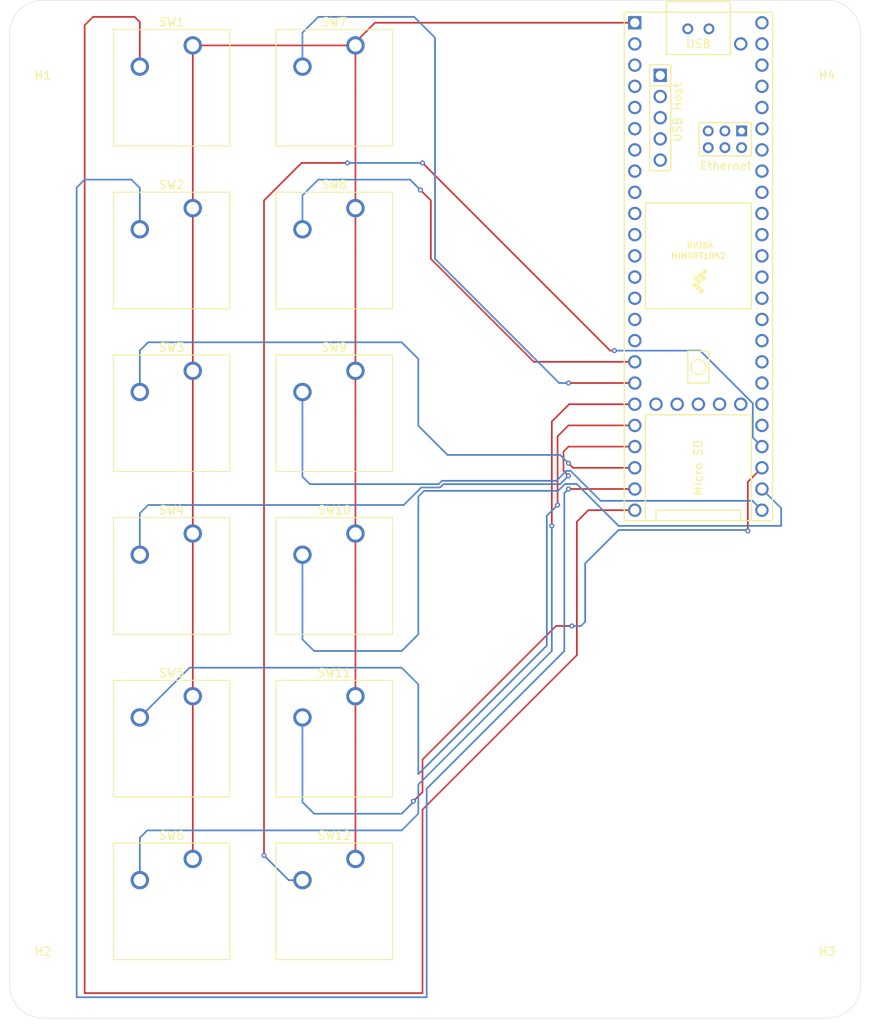
<source format=kicad_pcb>
(kicad_pcb (version 20240108) (generator "pcbnew") (generator_version "8.0")
  (layers (0 "F.Cu" signal) (31 "B.Cu" signal) (34 "B.Paste" user) (35 "F.Paste" user) (36 "B.SilkS" user "B.Silkscreen") (37 "F.SilkS" user "F.Silkscreen") (38 "B.Mask" user) (39 "F.Mask" user) (44 "Edge.Cuts" user))
  (net 0 "")
  (net 1 "MCLK")
  (net 2 "MEMCS")
  (net 3 "VOL_A1")
  (net 4 "SDCS")
  (net 5 "LRCLK")
  (net 6 "MOSI")
  (net 7 "DOUT")
  (net 8 "DIN")
  (net 9 "MISO")
  (net 10 "SCL")
  (net 11 "SCK")
  (net 12 "SDA")
  (net 13 "BCLK")
  (net 14 "GND")
  (net 15 "BUTTON_1")
  (net 16 "BUTTON_2")
  (net 17 "BUTTON_3")
  (net 18 "BUTTON_4")
  (net 19 "BUTTON_5")
  (net 20 "BUTTON_6")
  (net 21 "BUTTON_7")
  (net 22 "BUTTON_8")
  (net 23 "BUTTON_UP")
  (net 24 "BUTTON_DOWN")
  (net 25 "BUTTON_LEFT")
  (net 26 "BUTTON_RIGHT")
  (net 30 "+3.3V")
  (footprint "Button_Switch_Keyboard:SW_Cherry_MX_1.00u_PCB" (layer "F.Cu") (at 129.46 116.92)
    (property "Reference" "SW12" (at -2.54 -2.794 0) (layer "F.SilkS"))
    (property "Value" "SW_Push")
    (fp_line (start -9.525 -1.905) (end 4.445 -1.905) (stroke (width 0.12)) (layer "F.SilkS"))
    (fp_line (start -9.525 12.065) (end -9.525 -1.905) (stroke (width 0.12)) (layer "F.SilkS"))
    (fp_line (start 4.445 -1.905) (end 4.445 12.065) (stroke (width 0.12)) (layer "F.SilkS"))
    (fp_line (start 4.445 12.065) (end -9.525 12.065) (stroke (width 0.12)) (layer "F.SilkS"))
    (pad "" np_thru_hole circle (at -7.62 5.08) (size 1.7 1.7) (drill 1.7) (layers "*.Cu" "*.Mask"))
    (pad "" np_thru_hole circle (at -2.54 5.08) (size 4 4) (drill 4) (layers "*.Cu" "*.Mask"))
    (pad "" np_thru_hole circle (at 2.54 5.08) (size 1.7 1.7) (drill 1.7) (layers "*.Cu" "*.Mask"))
    (pad "1" thru_hole circle (at 0 0) (size 2.2 2.2) (drill 1.5) (layers "*.Cu" "*.Mask") (net 14 "GND"))
    (pad "2" thru_hole circle (at -6.35 2.54) (size 2.2 2.2) (drill 1.5) (layers "*.Cu" "*.Mask") (net 26 "BUTTON_RIGHT"))
  )
  (footprint "Button_Switch_Keyboard:SW_Cherry_MX_1.00u_PCB" (layer "F.Cu") (at 129.46 77.92)
    (property "Reference" "SW10" (at -2.54 -2.794 0) (layer "F.SilkS"))
    (property "Value" "SW_Push")
    (fp_line (start -9.525 -1.905) (end 4.445 -1.905) (stroke (width 0.12)) (layer "F.SilkS"))
    (fp_line (start -9.525 12.065) (end -9.525 -1.905) (stroke (width 0.12)) (layer "F.SilkS"))
    (fp_line (start 4.445 -1.905) (end 4.445 12.065) (stroke (width 0.12)) (layer "F.SilkS"))
    (fp_line (start 4.445 12.065) (end -9.525 12.065) (stroke (width 0.12)) (layer "F.SilkS"))
    (pad "" np_thru_hole circle (at -7.62 5.08) (size 1.7 1.7) (drill 1.7) (layers "*.Cu" "*.Mask"))
    (pad "" np_thru_hole circle (at -2.54 5.08) (size 4 4) (drill 4) (layers "*.Cu" "*.Mask"))
    (pad "" np_thru_hole circle (at 2.54 5.08) (size 1.7 1.7) (drill 1.7) (layers "*.Cu" "*.Mask"))
    (pad "1" thru_hole circle (at 0 0) (size 2.2 2.2) (drill 1.5) (layers "*.Cu" "*.Mask") (net 14 "GND"))
    (pad "2" thru_hole circle (at -6.35 2.54) (size 2.2 2.2) (drill 1.5) (layers "*.Cu" "*.Mask") (net 24 "BUTTON_DOWN"))
  )
  (footprint "Button_Switch_Keyboard:SW_Cherry_MX_1.00u_PCB" (layer "F.Cu") (at 129.46 58.42)
    (property "Reference" "SW9" (at -2.54 -2.794 0) (layer "F.SilkS"))
    (property "Value" "SW_Push")
    (fp_line (start -9.525 -1.905) (end 4.445 -1.905) (stroke (width 0.12)) (layer "F.SilkS"))
    (fp_line (start -9.525 12.065) (end -9.525 -1.905) (stroke (width 0.12)) (layer "F.SilkS"))
    (fp_line (start 4.445 -1.905) (end 4.445 12.065) (stroke (width 0.12)) (layer "F.SilkS"))
    (fp_line (start 4.445 12.065) (end -9.525 12.065) (stroke (width 0.12)) (layer "F.SilkS"))
    (pad "" np_thru_hole circle (at -7.62 5.08) (size 1.7 1.7) (drill 1.7) (layers "*.Cu" "*.Mask"))
    (pad "" np_thru_hole circle (at -2.54 5.08) (size 4 4) (drill 4) (layers "*.Cu" "*.Mask"))
    (pad "" np_thru_hole circle (at 2.54 5.08) (size 1.7 1.7) (drill 1.7) (layers "*.Cu" "*.Mask"))
    (pad "1" thru_hole circle (at 0 0) (size 2.2 2.2) (drill 1.5) (layers "*.Cu" "*.Mask") (net 14 "GND"))
    (pad "2" thru_hole circle (at -6.35 2.54) (size 2.2 2.2) (drill 1.5) (layers "*.Cu" "*.Mask") (net 23 "BUTTON_UP"))
  )
  (footprint "Button_Switch_Keyboard:SW_Cherry_MX_1.00u_PCB" (layer "F.Cu") (at 109.96 38.92)
    (property "Reference" "SW2" (at -2.54 -2.794 0) (layer "F.SilkS"))
    (property "Value" "SW_Push")
    (fp_line (start -9.525 -1.905) (end 4.445 -1.905) (stroke (width 0.12)) (layer "F.SilkS"))
    (fp_line (start -9.525 12.065) (end -9.525 -1.905) (stroke (width 0.12)) (layer "F.SilkS"))
    (fp_line (start 4.445 -1.905) (end 4.445 12.065) (stroke (width 0.12)) (layer "F.SilkS"))
    (fp_line (start 4.445 12.065) (end -9.525 12.065) (stroke (width 0.12)) (layer "F.SilkS"))
    (pad "" np_thru_hole circle (at -7.62 5.08) (size 1.7 1.7) (drill 1.7) (layers "*.Cu" "*.Mask"))
    (pad "" np_thru_hole circle (at -2.54 5.08) (size 4 4) (drill 4) (layers "*.Cu" "*.Mask"))
    (pad "" np_thru_hole circle (at 2.54 5.08) (size 1.7 1.7) (drill 1.7) (layers "*.Cu" "*.Mask"))
    (pad "1" thru_hole circle (at 0 0) (size 2.2 2.2) (drill 1.5) (layers "*.Cu" "*.Mask") (net 14 "GND"))
    (pad "2" thru_hole circle (at -6.35 2.54) (size 2.2 2.2) (drill 1.5) (layers "*.Cu" "*.Mask") (net 16 "BUTTON_2"))
  )
  (footprint "MountingHole:MountingHole_2.7mm" (layer "F.Cu") (at 92 18)
    (property "Reference" "H1" (at 0 5 0) (layer "F.SilkS"))
    (property "Value" "MountingHole")
    (pad "" np_thru_hole circle (at 0 0) (size 2.7 2.7) (drill 2.7) (layers "*.Cu" "*.Mask"))
  )
  (footprint "MountingHole:MountingHole_2.7mm" (layer "F.Cu") (at 186 18)
    (property "Reference" "H4" (at 0 5 0) (layer "F.SilkS"))
    (property "Value" "MountingHole")
    (pad "" np_thru_hole circle (at 0 0) (size 2.7 2.7) (drill 2.7) (layers "*.Cu" "*.Mask"))
  )
  (footprint "Button_Switch_Keyboard:SW_Cherry_MX_1.00u_PCB" (layer "F.Cu") (at 109.96 116.92)
    (property "Reference" "SW6" (at -2.54 -2.794 0) (layer "F.SilkS"))
    (property "Value" "SW_Push")
    (fp_line (start -9.525 -1.905) (end 4.445 -1.905) (stroke (width 0.12)) (layer "F.SilkS"))
    (fp_line (start -9.525 12.065) (end -9.525 -1.905) (stroke (width 0.12)) (layer "F.SilkS"))
    (fp_line (start 4.445 -1.905) (end 4.445 12.065) (stroke (width 0.12)) (layer "F.SilkS"))
    (fp_line (start 4.445 12.065) (end -9.525 12.065) (stroke (width 0.12)) (layer "F.SilkS"))
    (pad "" np_thru_hole circle (at -7.62 5.08) (size 1.7 1.7) (drill 1.7) (layers "*.Cu" "*.Mask"))
    (pad "" np_thru_hole circle (at -2.54 5.08) (size 4 4) (drill 4) (layers "*.Cu" "*.Mask"))
    (pad "" np_thru_hole circle (at 2.54 5.08) (size 1.7 1.7) (drill 1.7) (layers "*.Cu" "*.Mask"))
    (pad "1" thru_hole circle (at 0 0) (size 2.2 2.2) (drill 1.5) (layers "*.Cu" "*.Mask") (net 14 "GND"))
    (pad "2" thru_hole circle (at -6.35 2.54) (size 2.2 2.2) (drill 1.5) (layers "*.Cu" "*.Mask") (net 20 "BUTTON_6"))
  )
  (footprint "MountingHole:MountingHole_2.7mm" (layer "F.Cu") (at 186 132.171573)
    (property "Reference" "H3" (at 0 -4.171573 0) (layer "F.SilkS"))
    (property "Value" "MountingHole")
    (pad "" np_thru_hole circle (at 0 0) (size 2.7 2.7) (drill 2.7) (layers "*.Cu" "*.Mask"))
  )
  (footprint "teensy.pretty-master:Teensy41" (layer "F.Cu") (at 170.5692 45.9108 -90)
    (property "Reference" "U1" (hide yes))
    (property "Value" "Teensy4.1")
    (fp_line (start -30.48 8.89) (end -30.48 -8.89) (stroke (width 0.15)) (layer "F.SilkS"))
    (fp_line (start 30.48 8.89) (end -30.48 8.89) (stroke (width 0.15)) (layer "F.SilkS"))
    (fp_line (start -7.62 6.35) (end 5.08 6.35) (stroke (width 0.15)) (layer "F.SilkS"))
    (fp_line (start 5.08 6.35) (end 5.08 -6.35) (stroke (width 0.15)) (layer "F.SilkS"))
    (fp_line (start 17.78 6.35) (end 30.48 6.35) (stroke (width 0.15)) (layer "F.SilkS"))
    (fp_line (start -24.1808 5.8392) (end -24.1808 3.2992) (stroke (width 0.15)) (layer "F.SilkS"))
    (fp_line (start -11.4808 5.8392) (end -24.1808 5.8392) (stroke (width 0.15)) (layer "F.SilkS"))
    (fp_line (start 29.21 5.08) (end 30.48 5.08) (stroke (width 0.15)) (layer "F.SilkS"))
    (fp_line (start -31.75 3.81) (end -31.75 -3.81) (stroke (width 0.15)) (layer "F.SilkS"))
    (fp_line (start -30.48 3.81) (end -31.75 3.81) (stroke (width 0.15)) (layer "F.SilkS"))
    (fp_line (start -25.4 3.81) (end -30.48 3.81) (stroke (width 0.15)) (layer "F.SilkS"))
    (fp_line (start -25.4 3.81) (end -25.4 -3.81) (stroke (width 0.15)) (layer "F.SilkS"))
    (fp_line (start -24.1808 3.2992) (end -21.6408 3.2992) (stroke (width 0.15)) (layer "F.SilkS"))
    (fp_line (start -24.1808 3.2992) (end -11.4808 3.2992) (stroke (width 0.15)) (layer "F.SilkS"))
    (fp_line (start -21.6408 3.2992) (end -21.6408 5.8392) (stroke (width 0.15)) (layer "F.SilkS"))
    (fp_line (start -11.4808 3.2992) (end -11.4808 5.8392) (stroke (width 0.15)) (layer "F.SilkS"))
    (fp_line (start 10.16 1.27) (end 10.16 -1.27) (stroke (width 0.15)) (layer "F.SilkS"))
    (fp_line (start 13.97 1.27) (end 10.16 1.27) (stroke (width 0.15)) (layer "F.SilkS"))
    (fp_line (start -17.25 -0.1016) (end -13.25 -0.1016) (stroke (width 0.15)) (layer "F.SilkS"))
    (fp_line (start -13.25 -0.1016) (end -13.25 -6.3516) (stroke (width 0.15)) (layer "F.SilkS"))
    (fp_line (start 10.16 -1.27) (end 13.97 -1.27) (stroke (width 0.15)) (layer "F.SilkS"))
    (fp_line (start 13.97 -1.27) (end 13.97 1.27) (stroke (width 0.15)) (layer "F.SilkS"))
    (fp_line (start -31.75 -3.81) (end -30.48 -3.81) (stroke (width 0.15)) (layer "F.SilkS"))
    (fp_line (start -25.4 -3.81) (end -30.48 -3.81) (stroke (width 0.15)) (layer "F.SilkS"))
    (fp_line (start 29.21 -5.08) (end 29.21 5.08) (stroke (width 0.15)) (layer "F.SilkS"))
    (fp_line (start 30.48 -5.08) (end 29.21 -5.08) (stroke (width 0.15)) (layer "F.SilkS"))
    (fp_line (start -17.25 -6.1016) (end -17.25 -0.1016) (stroke (width 0.15)) (layer "F.SilkS"))
    (fp_line (start -7.62 -6.35) (end -7.62 6.35) (stroke (width 0.15)) (layer "F.SilkS"))
    (fp_line (start 5.08 -6.35) (end -7.62 -6.35) (stroke (width 0.15)) (layer "F.SilkS"))
    (fp_line (start 17.78 -6.35) (end 17.78 6.35) (stroke (width 0.15)) (layer "F.SilkS"))
    (fp_line (start 30.48 -6.35) (end 17.78 -6.35) (stroke (width 0.15)) (layer "F.SilkS"))
    (fp_line (start -17.25 -6.3516) (end -17.25 -6.1016) (stroke (width 0.15)) (layer "F.SilkS"))
    (fp_line (start -13.25 -6.3516) (end -17.25 -6.3516) (stroke (width 0.15)) (layer "F.SilkS"))
    (fp_line (start -30.48 -8.89) (end 30.48 -8.89) (stroke (width 0.15)) (layer "F.SilkS"))
    (fp_line (start 30.48 -8.89) (end 30.48 8.89) (stroke (width 0.15)) (layer "F.SilkS"))
    (fp_circle (center 12.065 0) (end 12.7 -0.635) (stroke (width 0.15)) (fill none) (layer "F.SilkS"))
    (fp_poly (pts (xy 2.435 0.455) (xy 2.181 0.709) (xy 1.927 0.328) (xy 2.181 0.074)) (stroke (width 0.1)) (fill solid) (layer "F.SilkS"))
    (fp_poly (pts (xy 1.673 0.328) (xy 1.419 0.582) (xy 1.165 0.201) (xy 1.419 -0.053)) (stroke (width 0.1)) (fill solid) (layer "F.SilkS"))
    (fp_poly (pts (xy 2.816 0.074) (xy 2.562 0.328) (xy 2.308 -0.053) (xy 2.562 -0.307)) (stroke (width 0.1)) (fill solid) (layer "F.SilkS"))
    (fp_poly (pts (xy 2.054 -0.053) (xy 1.8 0.201) (xy 1.546 -0.18) (xy 1.8 -0.434)) (stroke (width 0.1)) (fill solid) (layer "F.SilkS"))
    (fp_poly (pts (xy 1.292 -0.18) (xy 1.038 0.074) (xy 0.784 -0.307) (xy 1.038 -0.561)) (stroke (width 0.1)) (fill solid) (layer "F.SilkS"))
    (fp_poly (pts (xy 3.197 -0.307) (xy 2.943 -0.053) (xy 2.689 -0.434) (xy 2.943 -0.688)) (stroke (width 0.1)) (fill solid) (layer "F.SilkS"))
    (fp_poly (pts (xy 1.673 -0.561) (xy 1.419 -0.307) (xy 1.165 -0.688) (xy 1.419 -0.942)) (stroke (width 0.1)) (fill solid) (layer "F.SilkS"))
    (fp_poly (pts (xy 0.911 -0.688) (xy 0.657 -0.434) (xy 0.403 -0.815) (xy 0.657 -1.069)) (stroke (width 0.1)) (fill solid) (layer "F.SilkS"))
    (fp_text user "USB Host" (at -18.4658 2.4892 90) (layer "F.SilkS"))
    (fp_text user "Ethernet" (at -12.065 -3.2766 0) (layer "F.SilkS"))
    (fp_text user "DVJ6A" (at -2.54 -0.18 0) (layer "F.SilkS") (effects (font (size 0.7 0.7))))
    (fp_text user "Micro SD" (at 24.13 0 90) (layer "F.SilkS"))
    (fp_text user "MIMXRT1062" (at -1.27 0 0) (layer "F.SilkS") (effects (font (size 0.7 0.7))))
    (fp_text user "USB" (at -26.67 0 0) (layer "F.SilkS"))
    (pad "1" thru_hole rect (at -29.21 7.62 270) (size 1.6 1.6) (drill 1.1) (layers "*.Cu" "*.Mask") (net 14 "GND"))
    (pad "2" thru_hole circle (at -26.67 7.62 270) (size 1.6 1.6) (drill 1.1) (layers "*.Cu" "*.Mask"))
    (pad "3" thru_hole circle (at -24.13 7.62 270) (size 1.6 1.6) (drill 1.1) (layers "*.Cu" "*.Mask"))
    (pad "4" thru_hole circle (at -21.59 7.62 270) (size 1.6 1.6) (drill 1.1) (layers "*.Cu" "*.Mask"))
    (pad "5" thru_hole circle (at -19.05 7.62 270) (size 1.6 1.6) (drill 1.1) (layers "*.Cu" "*.Mask"))
    (pad "6" thru_hole circle (at -16.51 7.62 270) (size 1.6 1.6) (drill 1.1) (layers "*.Cu" "*.Mask"))
    (pad "7" thru_hole circle (at -13.97 7.62 270) (size 1.6 1.6) (drill 1.1) (layers "*.Cu" "*.Mask"))
    (pad "8" thru_hole circle (at -11.43 7.62 270) (size 1.6 1.6) (drill 1.1) (layers "*.Cu" "*.Mask") (net 2 "MEMCS"))
    (pad "9" thru_hole circle (at -8.89 7.62 270) (size 1.6 1.6) (drill 1.1) (layers "*.Cu" "*.Mask") (net 8 "DIN"))
    (pad "10" thru_hole circle (at -6.35 7.62 270) (size 1.6 1.6) (drill 1.1) (layers "*.Cu" "*.Mask") (net 7 "DOUT"))
    (pad "11" thru_hole circle (at -3.81 7.62 270) (size 1.6 1.6) (drill 1.1) (layers "*.Cu" "*.Mask"))
    (pad "12" thru_hole circle (at -1.27 7.62 270) (size 1.6 1.6) (drill 1.1) (layers "*.Cu" "*.Mask") (net 4 "SDCS"))
    (pad "13" thru_hole circle (at 1.27 7.62 270) (size 1.6 1.6) (drill 1.1) (layers "*.Cu" "*.Mask") (net 6 "MOSI"))
    (pad "14" thru_hole circle (at 3.81 7.62 270) (size 1.6 1.6) (drill 1.1) (layers "*.Cu" "*.Mask") (net 9 "MISO"))
    (pad "15" thru_hole circle (at 6.35 7.62 270) (size 1.6 1.6) (drill 1.1) (layers "*.Cu" "*.Mask"))
    (pad "16" thru_hole circle (at 8.89 7.62 270) (size 1.6 1.6) (drill 1.1) (layers "*.Cu" "*.Mask"))
    (pad "17" thru_hole circle (at 11.43 7.62 270) (size 1.6 1.6) (drill 1.1) (layers "*.Cu" "*.Mask") (net 22 "BUTTON_8"))
    (pad "18" thru_hole circle (at 13.97 7.62 270) (size 1.6 1.6) (drill 1.1) (layers "*.Cu" "*.Mask") (net 21 "BUTTON_7"))
    (pad "19" thru_hole circle (at 16.51 7.62 270) (size 1.6 1.6) (drill 1.1) (layers "*.Cu" "*.Mask") (net 20 "BUTTON_6"))
    (pad "20" thru_hole circle (at 19.05 7.62 270) (size 1.6 1.6) (drill 1.1) (layers "*.Cu" "*.Mask") (net 19 "BUTTON_5"))
    (pad "21" thru_hole circle (at 21.59 7.62 270) (size 1.6 1.6) (drill 1.1) (layers "*.Cu" "*.Mask") (net 18 "BUTTON_4"))
    (pad "22" thru_hole circle (at 24.13 7.62 270) (size 1.6 1.6) (drill 1.1) (layers "*.Cu" "*.Mask") (net 17 "BUTTON_3"))
    (pad "23" thru_hole circle (at 26.67 7.62 270) (size 1.6 1.6) (drill 1.1) (layers "*.Cu" "*.Mask") (net 16 "BUTTON_2"))
    (pad "24" thru_hole circle (at 29.21 7.62 270) (size 1.6 1.6) (drill 1.1) (layers "*.Cu" "*.Mask") (net 15 "BUTTON_1"))
    (pad "25" thru_hole circle (at 29.21 -7.62 270) (size 1.6 1.6) (drill 1.1) (layers "*.Cu" "*.Mask") (net 23 "BUTTON_UP"))
    (pad "26" thru_hole circle (at 26.67 -7.62 270) (size 1.6 1.6) (drill 1.1) (layers "*.Cu" "*.Mask") (net 24 "BUTTON_DOWN"))
    (pad "27" thru_hole circle (at 24.13 -7.62 270) (size 1.6 1.6) (drill 1.1) (layers "*.Cu" "*.Mask") (net 25 "BUTTON_LEFT"))
    (pad "28" thru_hole circle (at 21.59 -7.62 270) (size 1.6 1.6) (drill 1.1) (layers "*.Cu" "*.Mask") (net 26 "BUTTON_RIGHT"))
    (pad "29" thru_hole circle (at 19.05 -7.62 270) (size 1.6 1.6) (drill 1.1) (layers "*.Cu" "*.Mask"))
    (pad "30" thru_hole circle (at 16.51 -7.62 270) (size 1.6 1.6) (drill 1.1) (layers "*.Cu" "*.Mask"))
    (pad "31" thru_hole circle (at 13.97 -7.62 270) (size 1.6 1.6) (drill 1.1) (layers "*.Cu" "*.Mask"))
    (pad "32" thru_hole circle (at 11.43 -7.62 270) (size 1.6 1.6) (drill 1.1) (layers "*.Cu" "*.Mask"))
    (pad "33" thru_hole circle (at 8.89 -7.62 270) (size 1.6 1.6) (drill 1.1) (layers "*.Cu" "*.Mask"))
    (pad "34" thru_hole circle (at 6.35 -7.62 270) (size 1.6 1.6) (drill 1.1) (layers "*.Cu" "*.Mask"))
    (pad "35" thru_hole circle (at 3.81 -7.62 270) (size 1.6 1.6) (drill 1.1) (layers "*.Cu" "*.Mask") (net 11 "SCK"))
    (pad "36" thru_hole circle (at 1.27 -7.62 270) (size 1.6 1.6) (drill 1.1) (layers "*.Cu" "*.Mask"))
    (pad "37" thru_hole circle (at -1.27 -7.62 270) (size 1.6 1.6) (drill 1.1) (layers "*.Cu" "*.Mask") (net 3 "VOL_A1"))
    (pad "38" thru_hole circle (at -3.81 -7.62 270) (size 1.6 1.6) (drill 1.1) (layers "*.Cu" "*.Mask"))
    (pad "39" thru_hole circle (at -6.35 -7.62 270) (size 1.6 1.6) (drill 1.1) (layers "*.Cu" "*.Mask"))
    (pad "40" thru_hole circle (at -8.89 -7.62 270) (size 1.6 1.6) (drill 1.1) (layers "*.Cu" "*.Mask") (net 12 "SDA"))
    (pad "41" thru_hole circle (at -11.43 -7.62 270) (size 1.6 1.6) (drill 1.1) (layers "*.Cu" "*.Mask") (net 10 "SCL"))
    (pad "42" thru_hole circle (at -13.97 -7.62 270) (size 1.6 1.6) (drill 1.1) (layers "*.Cu" "*.Mask") (net 5 "LRCLK"))
    (pad "43" thru_hole circle (at -16.51 -7.62 270) (size 1.6 1.6) (drill 1.1) (layers "*.Cu" "*.Mask") (net 13 "BCLK"))
    (pad "44" thru_hole circle (at -19.05 -7.62 270) (size 1.6 1.6) (drill 1.1) (layers "*.Cu" "*.Mask"))
    (pad "45" thru_hole circle (at -21.59 -7.62 270) (size 1.6 1.6) (drill 1.1) (layers "*.Cu" "*.Mask") (net 1 "MCLK"))
    (pad "46" thru_hole circle (at -24.13 -7.62 270) (size 1.6 1.6) (drill 1.1) (layers "*.Cu" "*.Mask") (net 30 "+3.3V"))
    (pad "47" thru_hole circle (at -26.67 -7.62 270) (size 1.6 1.6) (drill 1.1) (layers "*.Cu" "*.Mask") (net 14 "GND"))
    (pad "48" thru_hole circle (at -29.21 -7.62 270) (size 1.6 1.6) (drill 1.1) (layers "*.Cu" "*.Mask"))
    (pad "49" thru_hole circle (at -26.67 -5.08 270) (size 1.6 1.6) (drill 1.1) (layers "*.Cu" "*.Mask"))
    (pad "50" thru_hole circle (at 16.51 5.08 270) (size 1.6 1.6) (drill 1.1) (layers "*.Cu" "*.Mask"))
    (pad "51" thru_hole circle (at 16.51 2.54 270) (size 1.6 1.6) (drill 1.1) (layers "*.Cu" "*.Mask"))
    (pad "52" thru_hole circle (at 16.51 0 270) (size 1.6 1.6) (drill 1.1) (layers "*.Cu" "*.Mask"))
    (pad "53" thru_hole circle (at 16.51 -2.54 270) (size 1.6 1.6) (drill 1.1) (layers "*.Cu" "*.Mask"))
    (pad "54" thru_hole circle (at 16.51 -5.08 270) (size 1.6 1.6) (drill 1.1) (layers "*.Cu" "*.Mask"))
    (pad "55" thru_hole rect (at -22.9108 4.5692 270) (size 1.6 1.6) (drill 1.1) (layers "*.Cu" "*.Mask"))
    (pad "56" thru_hole circle (at -20.3708 4.5692 270) (size 1.6 1.6) (drill 1.1) (layers "*.Cu" "*.Mask"))
    (pad "57" thru_hole circle (at -17.8308 4.5692 270) (size 1.6 1.6) (drill 1.1) (layers "*.Cu" "*.Mask"))
    (pad "58" thru_hole circle (at -15.2908 4.5692 270) (size 1.6 1.6) (drill 1.1) (layers "*.Cu" "*.Mask"))
    (pad "59" thru_hole circle (at -12.7508 4.5692 270) (size 1.6 1.6) (drill 1.1) (layers "*.Cu" "*.Mask"))
    (pad "60" thru_hole rect (at -16.24 -5.1816 270) (size 1.3 1.3) (drill 0.8) (layers "*.Cu" "*.Mask"))
    (pad "61" thru_hole circle (at -16.24 -3.1816 270) (size 1.3 1.3) (drill 0.8) (layers "*.Cu" "*.Mask"))
    (pad "62" thru_hole circle (at -16.24 -1.1816 270) (size 1.3 1.3) (drill 0.8) (layers "*.Cu" "*.Mask"))
    (pad "63" thru_hole circle (at -14.24 -1.1816 270) (size 1.3 1.3) (drill 0.8) (layers "*.Cu" "*.Mask"))
    (pad "64" thru_hole circle (at -14.24 -3.1816 270) (size 1.3 1.3) (drill 0.8) (layers "*.Cu" "*.Mask"))
    (pad "65" thru_hole circle (at -14.24 -5.1816 270) (size 1.3 1.3) (drill 0.8) (layers "*.Cu" "*.Mask"))
    (pad "66" thru_hole circle (at -28.48 -1.27 270) (size 1.3 1.3) (drill 0.8) (layers "*.Cu" "*.Mask"))
    (pad "67" thru_hole circle (at -28.48 1.27 270) (size 1.3 1.3) (drill 0.8) (layers "*.Cu" "*.Mask"))
  )
  (footprint "Button_Switch_Keyboard:SW_Cherry_MX_1.00u_PCB" (layer "F.Cu") (at 109.96 97.42)
    (property "Reference" "SW5" (at -2.54 -2.794 0) (layer "F.SilkS"))
    (property "Value" "SW_Push")
    (fp_line (start -9.525 -1.905) (end 4.445 -1.905) (stroke (width 0.12)) (layer "F.SilkS"))
    (fp_line (start -9.525 12.065) (end -9.525 -1.905) (stroke (width 0.12)) (layer "F.SilkS"))
    (fp_line (start 4.445 -1.905) (end 4.445 12.065) (stroke (width 0.12)) (layer "F.SilkS"))
    (fp_line (start 4.445 12.065) (end -9.525 12.065) (stroke (width 0.12)) (layer "F.SilkS"))
    (pad "" np_thru_hole circle (at -7.62 5.08) (size 1.7 1.7) (drill 1.7) (layers "*.Cu" "*.Mask"))
    (pad "" np_thru_hole circle (at -2.54 5.08) (size 4 4) (drill 4) (layers "*.Cu" "*.Mask"))
    (pad "" np_thru_hole circle (at 2.54 5.08) (size 1.7 1.7) (drill 1.7) (layers "*.Cu" "*.Mask"))
    (pad "1" thru_hole circle (at 0 0) (size 2.2 2.2) (drill 1.5) (layers "*.Cu" "*.Mask") (net 14 "GND"))
    (pad "2" thru_hole circle (at -6.35 2.54) (size 2.2 2.2) (drill 1.5) (layers "*.Cu" "*.Mask") (net 19 "BUTTON_5"))
  )
  (footprint "Button_Switch_Keyboard:SW_Cherry_MX_1.00u_PCB" (layer "F.Cu") (at 109.96 19.42)
    (property "Reference" "SW1" (at -2.54 -2.794 0) (layer "F.SilkS"))
    (property "Value" "SW_Push")
    (fp_line (start -9.525 -1.905) (end 4.445 -1.905) (stroke (width 0.12)) (layer "F.SilkS"))
    (fp_line (start -9.525 12.065) (end -9.525 -1.905) (stroke (width 0.12)) (layer "F.SilkS"))
    (fp_line (start 4.445 -1.905) (end 4.445 12.065) (stroke (width 0.12)) (layer "F.SilkS"))
    (fp_line (start 4.445 12.065) (end -9.525 12.065) (stroke (width 0.12)) (layer "F.SilkS"))
    (pad "" np_thru_hole circle (at -7.62 5.08) (size 1.7 1.7) (drill 1.7) (layers "*.Cu" "*.Mask"))
    (pad "" np_thru_hole circle (at -2.54 5.08) (size 4 4) (drill 4) (layers "*.Cu" "*.Mask"))
    (pad "" np_thru_hole circle (at 2.54 5.08) (size 1.7 1.7) (drill 1.7) (layers "*.Cu" "*.Mask"))
    (pad "1" thru_hole circle (at 0 0) (size 2.2 2.2) (drill 1.5) (layers "*.Cu" "*.Mask") (net 14 "GND"))
    (pad "2" thru_hole circle (at -6.35 2.54) (size 2.2 2.2) (drill 1.5) (layers "*.Cu" "*.Mask") (net 15 "BUTTON_1"))
  )
  (footprint "Button_Switch_Keyboard:SW_Cherry_MX_1.00u_PCB" (layer "F.Cu") (at 109.96 77.92)
    (property "Reference" "SW4" (at -2.54 -2.794 0) (layer "F.SilkS"))
    (property "Value" "SW_Push")
    (fp_line (start -9.525 -1.905) (end 4.445 -1.905) (stroke (width 0.12)) (layer "F.SilkS"))
    (fp_line (start -9.525 12.065) (end -9.525 -1.905) (stroke (width 0.12)) (layer "F.SilkS"))
    (fp_line (start 4.445 -1.905) (end 4.445 12.065) (stroke (width 0.12)) (layer "F.SilkS"))
    (fp_line (start 4.445 12.065) (end -9.525 12.065) (stroke (width 0.12)) (layer "F.SilkS"))
    (pad "" np_thru_hole circle (at -7.62 5.08) (size 1.7 1.7) (drill 1.7) (layers "*.Cu" "*.Mask"))
    (pad "" np_thru_hole circle (at -2.54 5.08) (size 4 4) (drill 4) (layers "*.Cu" "*.Mask"))
    (pad "" np_thru_hole circle (at 2.54 5.08) (size 1.7 1.7) (drill 1.7) (layers "*.Cu" "*.Mask"))
    (pad "1" thru_hole circle (at 0 0) (size 2.2 2.2) (drill 1.5) (layers "*.Cu" "*.Mask") (net 14 "GND"))
    (pad "2" thru_hole circle (at -6.35 2.54) (size 2.2 2.2) (drill 1.5) (layers "*.Cu" "*.Mask") (net 18 "BUTTON_4"))
  )
  (footprint "Button_Switch_Keyboard:SW_Cherry_MX_1.00u_PCB" (layer "F.Cu") (at 129.46 38.92)
    (property "Reference" "SW8" (at -2.54 -2.794 0) (layer "F.SilkS"))
    (property "Value" "SW_Push")
    (fp_line (start -9.525 -1.905) (end 4.445 -1.905) (stroke (width 0.12)) (layer "F.SilkS"))
    (fp_line (start -9.525 12.065) (end -9.525 -1.905) (stroke (width 0.12)) (layer "F.SilkS"))
    (fp_line (start 4.445 -1.905) (end 4.445 12.065) (stroke (width 0.12)) (layer "F.SilkS"))
    (fp_line (start 4.445 12.065) (end -9.525 12.065) (stroke (width 0.12)) (layer "F.SilkS"))
    (pad "" np_thru_hole circle (at -7.62 5.08) (size 1.7 1.7) (drill 1.7) (layers "*.Cu" "*.Mask"))
    (pad "" np_thru_hole circle (at -2.54 5.08) (size 4 4) (drill 4) (layers "*.Cu" "*.Mask"))
    (pad "" np_thru_hole circle (at 2.54 5.08) (size 1.7 1.7) (drill 1.7) (layers "*.Cu" "*.Mask"))
    (pad "1" thru_hole circle (at 0 0) (size 2.2 2.2) (drill 1.5) (layers "*.Cu" "*.Mask") (net 14 "GND"))
    (pad "2" thru_hole circle (at -6.35 2.54) (size 2.2 2.2) (drill 1.5) (layers "*.Cu" "*.Mask") (net 22 "BUTTON_8"))
  )
  (footprint "Button_Switch_Keyboard:SW_Cherry_MX_1.00u_PCB" (layer "F.Cu") (at 129.46 19.42)
    (property "Reference" "SW7" (at -2.54 -2.794 0) (layer "F.SilkS"))
    (property "Value" "SW_Push")
    (fp_line (start -9.525 -1.905) (end 4.445 -1.905) (stroke (width 0.12)) (layer "F.SilkS"))
    (fp_line (start -9.525 12.065) (end -9.525 -1.905) (stroke (width 0.12)) (layer "F.SilkS"))
    (fp_line (start 4.445 -1.905) (end 4.445 12.065) (stroke (width 0.12)) (layer "F.SilkS"))
    (fp_line (start 4.445 12.065) (end -9.525 12.065) (stroke (width 0.12)) (layer "F.SilkS"))
    (pad "" np_thru_hole circle (at -7.62 5.08) (size 1.7 1.7) (drill 1.7) (layers "*.Cu" "*.Mask"))
    (pad "" np_thru_hole circle (at -2.54 5.08) (size 4 4) (drill 4) (layers "*.Cu" "*.Mask"))
    (pad "" np_thru_hole circle (at 2.54 5.08) (size 1.7 1.7) (drill 1.7) (layers "*.Cu" "*.Mask"))
    (pad "1" thru_hole circle (at 0 0) (size 2.2 2.2) (drill 1.5) (layers "*.Cu" "*.Mask") (net 14 "GND"))
    (pad "2" thru_hole circle (at -6.35 2.54) (size 2.2 2.2) (drill 1.5) (layers "*.Cu" "*.Mask") (net 21 "BUTTON_7"))
  )
  (footprint "Button_Switch_Keyboard:SW_Cherry_MX_1.00u_PCB" (layer "F.Cu") (at 109.96 58.42)
    (property "Reference" "SW3" (at -2.54 -2.794 0) (layer "F.SilkS"))
    (property "Value" "SW_Push")
    (fp_line (start -9.525 -1.905) (end 4.445 -1.905) (stroke (width 0.12)) (layer "F.SilkS"))
    (fp_line (start -9.525 12.065) (end -9.525 -1.905) (stroke (width 0.12)) (layer "F.SilkS"))
    (fp_line (start 4.445 -1.905) (end 4.445 12.065) (stroke (width 0.12)) (layer "F.SilkS"))
    (fp_line (start 4.445 12.065) (end -9.525 12.065) (stroke (width 0.12)) (layer "F.SilkS"))
    (pad "" np_thru_hole circle (at -7.62 5.08) (size 1.7 1.7) (drill 1.7) (layers "*.Cu" "*.Mask"))
    (pad "" np_thru_hole circle (at -2.54 5.08) (size 4 4) (drill 4) (layers "*.Cu" "*.Mask"))
    (pad "" np_thru_hole circle (at 2.54 5.08) (size 1.7 1.7) (drill 1.7) (layers "*.Cu" "*.Mask"))
    (pad "1" thru_hole circle (at 0 0) (size 2.2 2.2) (drill 1.5) (layers "*.Cu" "*.Mask") (net 14 "GND"))
    (pad "2" thru_hole circle (at -6.35 2.54) (size 2.2 2.2) (drill 1.5) (layers "*.Cu" "*.Mask") (net 17 "BUTTON_3"))
  )
  (footprint "Button_Switch_Keyboard:SW_Cherry_MX_1.00u_PCB" (layer "F.Cu") (at 129.46 97.42)
    (property "Reference" "SW11" (at -2.54 -2.794 0) (layer "F.SilkS"))
    (property "Value" "SW_Push")
    (fp_line (start -9.525 -1.905) (end 4.445 -1.905) (stroke (width 0.12)) (layer "F.SilkS"))
    (fp_line (start -9.525 12.065) (end -9.525 -1.905) (stroke (width 0.12)) (layer "F.SilkS"))
    (fp_line (start 4.445 -1.905) (end 4.445 12.065) (stroke (width 0.12)) (layer "F.SilkS"))
    (fp_line (start 4.445 12.065) (end -9.525 12.065) (stroke (width 0.12)) (layer "F.SilkS"))
    (pad "" np_thru_hole circle (at -7.62 5.08) (size 1.7 1.7) (drill 1.7) (layers "*.Cu" "*.Mask"))
    (pad "" np_thru_hole circle (at -2.54 5.08) (size 4 4) (drill 4) (layers "*.Cu" "*.Mask"))
    (pad "" np_thru_hole circle (at 2.54 5.08) (size 1.7 1.7) (drill 1.7) (layers "*.Cu" "*.Mask"))
    (pad "1" thru_hole circle (at 0 0) (size 2.2 2.2) (drill 1.5) (layers "*.Cu" "*.Mask") (net 14 "GND"))
    (pad "2" thru_hole circle (at -6.35 2.54) (size 2.2 2.2) (drill 1.5) (layers "*.Cu" "*.Mask") (net 25 "BUTTON_LEFT"))
  )
  (footprint "MountingHole:MountingHole_2.7mm" (layer "F.Cu") (at 92 132)
    (property "Reference" "H2" (at 0 -4 0) (layer "F.SilkS"))
    (property "Value" "MountingHole")
    (pad "" np_thru_hole circle (at 0 0) (size 2.7 2.7) (drill 2.7) (layers "*.Cu" "*.Mask"))
  )
  (gr_arc (start 92 136) (mid 89.171573 134.828427) (end 88 132) (stroke (width 0.05)) (layer "Edge.Cuts"))
  (gr_arc (start 186 14) (mid 188.828427 15.171573) (end 190 18) (stroke (width 0.05)) (layer "Edge.Cuts"))
  (gr_line (start 186 136) (end 92 136) (stroke (width 0.05)) (layer "Edge.Cuts"))
  (gr_line (start 190 18) (end 190 132) (stroke (width 0.05)) (layer "Edge.Cuts"))
  (gr_line (start 92 14) (end 186 14) (stroke (width 0.05)) (layer "Edge.Cuts"))
  (gr_arc (start 190 132) (mid 188.828427 134.828427) (end 186 136) (stroke (width 0.05)) (layer "Edge.Cuts"))
  (gr_line (start 88 132) (end 88 18) (stroke (width 0.05)) (layer "Edge.Cuts"))
  (gr_arc (start 88 18) (mid 89.171573 15.171573) (end 92 14) (stroke (width 0.05)) (layer "Edge.Cuts"))
  (segment (start 129.46 77.92) (end 129.46 97.42) (width 0.2) (layer "F.Cu") (net 14))
  (segment (start 109.96 97.42) (end 109.96 116.92) (width 0.2) (layer "F.Cu") (net 14))
  (segment (start 129.46 38.92) (end 129.46 58.42) (width 0.2) (layer "F.Cu") (net 14))
  (segment (start 109.96 19.42) (end 109.96 38.92) (width 0.2) (layer "F.Cu") (net 14))
  (segment (start 131.7992 16.7008) (end 162.9492 16.7008) (width 0.2) (layer "F.Cu") (net 14))
  (segment (start 129.46 19.04) (end 131.7992 16.7008) (width 0.2) (layer "F.Cu") (net 14))
  (segment (start 129.46 19.42) (end 129.46 38.92) (width 0.2) (layer "F.Cu") (net 14))
  (segment (start 129.46 19.42) (end 129.46 19.04) (width 0.2) (layer "F.Cu") (net 14))
  (segment (start 129.46 97.42) (end 129.46 116.92) (width 0.2) (layer "F.Cu") (net 14))
  (segment (start 109.96 38.92) (end 109.96 58.42) (width 0.2) (layer "F.Cu") (net 14))
  (segment (start 109.96 77.92) (end 109.96 97.42) (width 0.2) (layer "F.Cu") (net 14))
  (segment (start 109.96 19.42) (end 129.46 19.42) (width 0.2) (layer "F.Cu") (net 14))
  (segment (start 129.46 58.42) (end 129.46 77.92) (width 0.2) (layer "F.Cu") (net 14))
  (segment (start 109.96 58.42) (end 109.96 77.92) (width 0.2) (layer "F.Cu") (net 14))
  (segment (start 103 16) (end 98 16) (width 0.2) (layer "F.Cu") (net 15))
  (segment (start 137.5 111) (end 156 92.5) (width 0.2) (layer "F.Cu") (net 15))
  (segment (start 157.3792 75.1208) (end 162.9492 75.1208) (width 0.2) (layer "F.Cu") (net 15))
  (segment (start 97 133) (end 137.5 133) (width 0.2) (layer "F.Cu") (net 15))
  (segment (start 156 92.5) (end 156 76.5) (width 0.2) (layer "F.Cu") (net 15))
  (segment (start 98 16) (end 97 17) (width 0.2) (layer "F.Cu") (net 15))
  (segment (start 156 76.5) (end 157.3792 75.1208) (width 0.2) (layer "F.Cu") (net 15))
  (segment (start 103.61 21.96) (end 103.61 16.61) (width 0.2) (layer "F.Cu") (net 15))
  (segment (start 103.61 16.61) (end 103 16) (width 0.2) (layer "F.Cu") (net 15))
  (segment (start 97 17) (end 97 133) (width 0.2) (layer "F.Cu") (net 15))
  (segment (start 137.5 133) (end 137.5 111) (width 0.2) (layer "F.Cu") (net 15))
  (segment (start 155 72.5808) (end 162.9492 72.5808) (width 0.2) (layer "F.Cu") (net 16))
  (via (at 155 72.5808) (size 0.6) (drill 0.3) (layers "F.Cu" "B.Cu") (net 16))
  (segment (start 96.04 133.5) (end 96.04 36.46) (width 0.2) (layer "B.Cu") (net 16))
  (segment (start 155 72.5808) (end 154.5 73.0808) (width 0.2) (layer "B.Cu") (net 16))
  (segment (start 154.5 92) (end 138 108.5) (width 0.2) (layer "B.Cu") (net 16))
  (segment (start 97 35.5) (end 102.61 35.5) (width 0.2) (layer "B.Cu") (net 16))
  (segment (start 96.04 36.46) (end 97 35.5) (width 0.2) (layer "B.Cu") (net 16))
  (segment (start 102.61 35.5) (end 103.61 36.5) (width 0.2) (layer "B.Cu") (net 16))
  (segment (start 154.5 73.0808) (end 154.5 92) (width 0.2) (layer "B.Cu") (net 16))
  (segment (start 138 108.5) (end 138 133.5) (width 0.2) (layer "B.Cu") (net 16))
  (segment (start 138 133.5) (end 96.04 133.5) (width 0.2) (layer "B.Cu") (net 16))
  (segment (start 103.61 36.5) (end 103.61 41.46) (width 0.2) (layer "B.Cu") (net 16))
  (segment (start 155 69.5) (end 155.5408 70.0408) (width 0.2) (layer "F.Cu") (net 17))
  (segment (start 155.5408 70.0408) (end 162.9492 70.0408) (width 0.2) (layer "F.Cu") (net 17))
  (via (at 155 69.5) (size 0.6) (drill 0.3) (layers "F.Cu" "B.Cu") (net 17))
  (segment (start 137 65) (end 137 57) (width 0.2) (layer "B.Cu") (net 17))
  (segment (start 104.61 55) (end 103.61 56) (width 0.2) (layer "B.Cu") (net 17))
  (segment (start 154 68.5) (end 140.5 68.5) (width 0.2) (layer "B.Cu") (net 17))
  (segment (start 103.61 56) (end 103.61 60.96) (width 0.2) (layer "B.Cu") (net 17))
  (segment (start 137 57) (end 135 55) (width 0.2) (layer "B.Cu") (net 17))
  (segment (start 155 69.5) (end 154 68.5) (width 0.2) (layer "B.Cu") (net 17))
  (segment (start 140.5 68.5) (end 137 65) (width 0.2) (layer "B.Cu") (net 17))
  (segment (start 135 55) (end 104.61 55) (width 0.2) (layer "B.Cu") (net 17))
  (segment (start 154.4 68.1008) (end 155 67.5008) (width 0.2) (layer "F.Cu") (net 18))
  (segment (start 155 71) (end 154.4 70.4) (width 0.2) (layer "F.Cu") (net 18))
  (segment (start 154.4 70.4) (end 154.4 68.1008) (width 0.2) (layer "F.Cu") (net 18))
  (segment (start 155 67.5008) (end 162.9492 67.5008) (width 0.2) (layer "F.Cu") (net 18))
  (via (at 155 71) (size 0.6) (drill 0.3) (layers "F.Cu" "B.Cu") (net 18))
  (segment (start 135.25 74.5) (end 104.61 74.5) (width 0.2) (layer "B.Cu") (net 18))
  (segment (start 154 72) (end 140 72) (width 0.2) (layer "B.Cu") (net 18))
  (segment (start 155 71) (end 154 72) (width 0.2) (layer "B.Cu") (net 18))
  (segment (start 103.61 75.5) (end 103.61 80.46) (width 0.2) (layer "B.Cu") (net 18))
  (segment (start 104.61 74.5) (end 103.61 75.5) (width 0.2) (layer "B.Cu") (net 18))
  (segment (start 139.6 72.4) (end 137.35 72.4) (width 0.2) (layer "B.Cu") (net 18))
  (segment (start 140 72) (end 139.6 72.4) (width 0.2) (layer "B.Cu") (net 18))
  (segment (start 137.35 72.4) (end 135.25 74.5) (width 0.2) (layer "B.Cu") (net 18))
  (segment (start 153.692821 74.5) (end 153.692821 66.267979) (width 0.2) (layer "F.Cu") (net 19))
  (segment (start 153.692821 66.267979) (end 155 64.9608) (width 0.2) (layer "F.Cu") (net 19))
  (segment (start 155 64.9608) (end 162.9492 64.9608) (width 0.2) (layer "F.Cu") (net 19))
  (via (at 153.692821 74.5) (size 0.6) (drill 0.3) (layers "F.Cu" "B.Cu") (net 19))
  (segment (start 152.4 75.792821) (end 152.4 91.35) (width 0.2) (layer "B.Cu") (net 19))
  (segment (start 137 96) (end 135 94) (width 0.2) (layer "B.Cu") (net 19))
  (segment (start 109.57 94) (end 103.61 99.96) (width 0.2) (layer "B.Cu") (net 19))
  (segment (start 135 94) (end 109.57 94) (width 0.2) (layer "B.Cu") (net 19))
  (segment (start 152.4 91.35) (end 137 106.75) (width 0.2) (layer "B.Cu") (net 19))
  (segment (start 153.692821 74.5) (end 152.4 75.792821) (width 0.2) (layer "B.Cu") (net 19))
  (segment (start 137 106.75) (end 137 96) (width 0.2) (layer "B.Cu") (net 19))
  (segment (start 153 64.5) (end 155.0792 62.4208) (width 0.2) (layer "F.Cu") (net 20))
  (segment (start 153 77) (end 153 64.5) (width 0.2) (layer "F.Cu") (net 20))
  (segment (start 155.0792 62.4208) (end 162.9492 62.4208) (width 0.2) (layer "F.Cu") (net 20))
  (via (at 153 77) (size 0.6) (drill 0.3) (layers "F.Cu" "B.Cu") (net 20))
  (segment (start 103.61 114.39) (end 103.61 119.46) (width 0.2) (layer "B.Cu") (net 20))
  (segment (start 153 92) (end 137 108) (width 0.2) (layer "B.Cu") (net 20))
  (segment (start 153 77) (end 153 92) (width 0.2) (layer "B.Cu") (net 20))
  (segment (start 135 113.5) (end 104.5 113.5) (width 0.2) (layer "B.Cu") (net 20))
  (segment (start 104.5 113.5) (end 103.61 114.39) (width 0.2) (layer "B.Cu") (net 20))
  (segment (start 137 111.5) (end 135 113.5) (width 0.2) (layer "B.Cu") (net 20))
  (segment (start 137 108) (end 137 111.5) (width 0.2) (layer "B.Cu") (net 20))
  (segment (start 162.9492 59.8808) (end 155 59.8808) (width 0.2) (layer "F.Cu") (net 21))
  (via (at 155 59.8808) (size 0.6) (drill 0.3) (layers "F.Cu" "B.Cu") (net 21))
  (segment (start 136.5 16) (end 125 16) (width 0.2) (layer "B.Cu") (net 21))
  (segment (start 153.8808 59.8808) (end 139 45) (width 0.2) (layer "B.Cu") (net 21))
  (segment (start 139 18.5) (end 136.5 16) (width 0.2) (layer "B.Cu") (net 21))
  (segment (start 125 16) (end 123.11 17.89) (width 0.2) (layer "B.Cu") (net 21))
  (segment (start 139 45) (end 139 18.5) (width 0.2) (layer "B.Cu") (net 21))
  (segment (start 155 59.8808) (end 153.8808 59.8808) (width 0.2) (layer "B.Cu") (net 21))
  (segment (start 123.11 17.89) (end 123.11 21.96) (width 0.2) (layer "B.Cu") (net 21))
  (segment (start 138.5 38) (end 138.5 45) (width 0.2) (layer "F.Cu") (net 22))
  (segment (start 138.5 45) (end 150.8408 57.3408) (width 0.2) (layer "F.Cu") (net 22))
  (segment (start 150.8408 57.3408) (end 162.9492 57.3408) (width 0.2) (layer "F.Cu") (net 22))
  (segment (start 137.25 36.75) (end 138.5 38) (width 0.2) (layer "F.Cu") (net 22))
  (via (at 137.25 36.75) (size 0.6) (drill 0.3) (layers "F.Cu" "B.Cu") (net 22))
  (segment (start 125 35.5) (end 123.11 37.39) (width 0.2) (layer "B.Cu") (net 22))
  (segment (start 137.25 36.75) (end 136 35.5) (width 0.2) (layer "B.Cu") (net 22))
  (segment (start 136 35.5) (end 125 35.5) (width 0.2) (layer "B.Cu") (net 22))
  (segment (start 123.11 37.39) (end 123.11 41.46) (width 0.2) (layer "B.Cu") (net 22))
  (segment (start 139.434314 72) (end 139.834314 71.6) (width 0.2) (layer "B.Cu") (net 23))
  (segment (start 155.248529 70.4) (end 158.848529 74) (width 0.2) (layer "B.Cu") (net 23))
  (segment (start 153.551471 71.6) (end 154.751471 70.4) (width 0.2) (layer "B.Cu") (net 23))
  (segment (start 158.848529 74) (end 177.0684 74) (width 0.2) (layer "B.Cu") (net 23))
  (segment (start 123.11 60.96) (end 123.11 71.11) (width 0.2) (layer "B.Cu") (net 23))
  (segment (start 177.0684 74) (end 178.1892 75.1208) (width 0.2) (layer "B.Cu") (net 23))
  (segment (start 123.11 71.11) (end 124 72) (width 0.2) (layer "B.Cu") (net 23))
  (segment (start 139.834314 71.6) (end 153.551471 71.6) (width 0.2) (layer "B.Cu") (net 23))
  (segment (start 124 72) (end 139.434314 72) (width 0.2) (layer "B.Cu") (net 23))
  (segment (start 154.751471 70.4) (end 155.248529 70.4) (width 0.2) (layer "B.Cu") (net 23))
  (segment (start 180.5 77) (end 180.5 74.8916) (width 0.2) (layer "B.Cu") (net 24))
  (segment (start 180.5 74.8916) (end 178.1892 72.5808) (width 0.2) (layer "B.Cu") (net 24))
  (segment (start 124.5 92) (end 135 92) (width 0.2) (layer "B.Cu") (net 24))
  (segment (start 123.11 90.61) (end 124.5 92) (width 0.2) (layer "B.Cu") (net 24))
  (segment (start 123.11 80.46) (end 123.11 90.61) (width 0.2) (layer "B.Cu") (net 24))
  (segment (start 137 73.5) (end 137.7 72.8) (width 0.2) (layer "B.Cu") (net 24))
  (segment (start 135 92) (end 137 90) (width 0.2) (layer "B.Cu") (net 24))
  (segment (start 161 77) (end 180.5 77) (width 0.2) (layer "B.Cu") (net 24))
  (segment (start 153.765685 72.8) (end 154.584885 71.9808) (width 0.2) (layer "B.Cu") (net 24))
  (segment (start 137 90) (end 137 73.5) (width 0.2) (layer "B.Cu") (net 24))
  (segment (start 155.9808 71.9808) (end 161 77) (width 0.2) (layer "B.Cu") (net 24))
  (segment (start 137.7 72.8) (end 153.765685 72.8) (width 0.2) (layer "B.Cu") (net 24))
  (segment (start 154.584885 71.9808) (end 155.9808 71.9808) (width 0.2) (layer "B.Cu") (net 24))
  (segment (start 176.5 77.6) (end 176.5 71.73) (width 0.2) (layer "F.Cu") (net 25))
  (segment (start 137.5 105) (end 153.5 89) (width 0.2) (layer "F.Cu") (net 25))
  (segment (start 176.5 71.73) (end 178.1892 70.0408) (width 0.2) (layer "F.Cu") (net 25))
  (segment (start 153.5 89) (end 155.4 89) (width 0.2) (layer "F.Cu") (net 25))
  (segment (start 137.5 108.9) (end 137.5 105) (width 0.2) (layer "F.Cu") (net 25))
  (segment (start 136.4 110) (end 137.5 108.9) (width 0.2) (layer "F.Cu") (net 25))
  (via (at 155.4 89) (size 0.6) (drill 0.3) (layers "F.Cu" "B.Cu") (net 25))
  (via (at 136.4 110) (size 0.6) (drill 0.3) (layers "F.Cu" "B.Cu") (net 25))
  (via (at 176.5 77.6) (size 0.6) (drill 0.3) (layers "F.Cu" "B.Cu") (net 25))
  (segment (start 161 77.5) (end 176.4 77.5) (width 0.2) (layer "B.Cu") (net 25))
  (segment (start 135 111.5) (end 136.4 110.1) (width 0.2) (layer "B.Cu") (net 25))
  (segment (start 123.11 99.96) (end 123.11 110.11) (width 0.2) (layer "B.Cu") (net 25))
  (segment (start 124.5 111.5) (end 135 111.5) (width 0.2) (layer "B.Cu") (net 25))
  (segment (start 156.5 89) (end 157 88.5) (width 0.2) (layer "B.Cu") (net 25))
  (segment (start 136.4 110.1) (end 136.4 110) (width 0.2) (layer "B.Cu") (net 25))
  (segment (start 155.4 89) (end 156.5 89) (width 0.2) (layer "B.Cu") (net 25))
  (segment (start 176.4 77.5) (end 176.5 77.6) (width 0.2) (layer "B.Cu") (net 25))
  (segment (start 157 81.5) (end 161 77.5) (width 0.2) (layer "B.Cu") (net 25))
  (segment (start 157 88.5) (end 157 81.5) (width 0.2) (layer "B.Cu") (net 25))
  (segment (start 123.11 110.11) (end 124.5 111.5) (width 0.2) (layer "B.Cu") (net 25))
  (segment (start 118.5 38) (end 123 33.5) (width 0.2) (layer "F.Cu") (net 26))
  (segment (start 118.5 116.5) (end 118.5 38) (width 0.2) (layer "F.Cu") (net 26))
  (segment (start 137.5 33.5) (end 160 56) (width 0.2) (layer "F.Cu") (net 26))
  (segment (start 123 33.5) (end 128.5 33.5) (width 0.2) (layer "F.Cu") (net 26))
  (segment (start 160 56) (end 160.5 56) (width 0.2) (layer "F.Cu") (net 26))
  (via (at 128.5 33.5) (size 0.6) (drill 0.3) (layers "F.Cu" "B.Cu") (net 26))
  (via (at 160.5 56) (size 0.6) (drill 0.3) (layers "F.Cu" "B.Cu") (net 26))
  (via (at 137.5 33.5) (size 0.6) (drill 0.3) (layers "F.Cu" "B.Cu") (net 26))
  (via (at 118.5 116.5) (size 0.6) (drill 0.3) (layers "F.Cu" "B.Cu") (net 26))
  (segment (start 128.5 33.5) (end 137.5 33.5) (width 0.2) (layer "B.Cu") (net 26))
  (segment (start 160.5 56) (end 170.784035 56) (width 0.2) (layer "B.Cu") (net 26))
  (segment (start 177.0892 66.4008) (end 178.1892 67.5008) (width 0.2) (layer "B.Cu") (net 26))
  (segment (start 170.784035 56) (end 177.0892 62.305165) (width 0.2) (layer "B.Cu") (net 26))
  (segment (start 177.0892 62.305165) (end 177.0892 66.4008) (width 0.2) (layer "B.Cu") (net 26))
  (segment (start 121.46 119.46) (end 118.5 116.5) (width 0.2) (layer "B.Cu") (net 26))
  (segment (start 123.11 119.46) (end 121.46 119.46) (width 0.2) (layer "B.Cu") (net 26))
)
</source>
